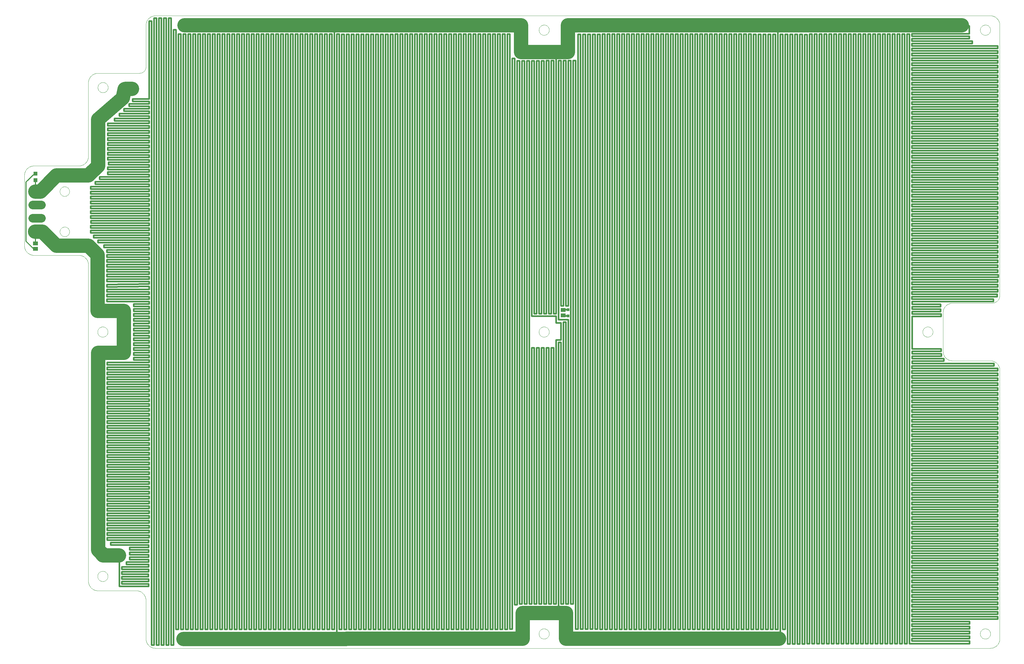
<source format=gbl>
G75*
%MOIN*%
%OFA0B0*%
%FSLAX24Y24*%
%IPPOS*%
%LPD*%
%AMOC8*
5,1,8,0,0,1.08239X$1,22.5*
%
%ADD10C,0.0000*%
%ADD11R,0.0472X0.0472*%
%ADD12R,0.0591X0.0512*%
%ADD13C,0.1063*%
%ADD14C,0.0197*%
%ADD15R,0.0317X0.0317*%
%ADD16C,0.1772*%
%ADD17C,0.0280*%
%ADD18C,0.1800*%
%ADD19C,0.0120*%
D10*
X012470Y011579D02*
X017193Y011579D01*
X017193Y011578D02*
X017259Y011576D01*
X017325Y011571D01*
X017391Y011561D01*
X017456Y011548D01*
X017520Y011532D01*
X017583Y011512D01*
X017645Y011488D01*
X017705Y011461D01*
X017764Y011431D01*
X017821Y011397D01*
X017876Y011360D01*
X017929Y011320D01*
X017980Y011278D01*
X018028Y011232D01*
X018074Y011184D01*
X018116Y011133D01*
X018156Y011080D01*
X018193Y011025D01*
X018227Y010968D01*
X018257Y010909D01*
X018284Y010849D01*
X018308Y010787D01*
X018328Y010724D01*
X018344Y010660D01*
X018357Y010595D01*
X018367Y010529D01*
X018372Y010463D01*
X018374Y010397D01*
X018374Y005674D01*
X018375Y005674D02*
X018377Y005608D01*
X018382Y005542D01*
X018392Y005476D01*
X018405Y005411D01*
X018421Y005347D01*
X018441Y005284D01*
X018465Y005222D01*
X018492Y005162D01*
X018522Y005103D01*
X018556Y005046D01*
X018593Y004991D01*
X018633Y004938D01*
X018675Y004887D01*
X018721Y004839D01*
X018769Y004793D01*
X018820Y004751D01*
X018873Y004711D01*
X018928Y004674D01*
X018985Y004640D01*
X019044Y004610D01*
X019104Y004583D01*
X019166Y004559D01*
X019229Y004539D01*
X019293Y004523D01*
X019358Y004510D01*
X019424Y004500D01*
X019490Y004495D01*
X019556Y004493D01*
X122312Y004493D01*
X122378Y004495D01*
X122444Y004500D01*
X122510Y004510D01*
X122575Y004523D01*
X122639Y004539D01*
X122702Y004559D01*
X122764Y004583D01*
X122824Y004610D01*
X122883Y004640D01*
X122940Y004674D01*
X122995Y004711D01*
X123048Y004751D01*
X123099Y004793D01*
X123147Y004839D01*
X123193Y004887D01*
X123235Y004938D01*
X123275Y004991D01*
X123312Y005046D01*
X123346Y005103D01*
X123376Y005162D01*
X123403Y005222D01*
X123427Y005284D01*
X123447Y005347D01*
X123463Y005411D01*
X123476Y005476D01*
X123486Y005542D01*
X123491Y005608D01*
X123493Y005674D01*
X123493Y038745D01*
X123491Y038811D01*
X123486Y038877D01*
X123476Y038943D01*
X123463Y039008D01*
X123447Y039072D01*
X123427Y039135D01*
X123403Y039197D01*
X123376Y039257D01*
X123346Y039316D01*
X123312Y039373D01*
X123275Y039428D01*
X123235Y039481D01*
X123193Y039532D01*
X123147Y039580D01*
X123099Y039626D01*
X123048Y039668D01*
X122995Y039708D01*
X122940Y039745D01*
X122883Y039779D01*
X122824Y039809D01*
X122764Y039836D01*
X122702Y039860D01*
X122639Y039880D01*
X122575Y039896D01*
X122510Y039909D01*
X122444Y039919D01*
X122378Y039924D01*
X122312Y039926D01*
X117588Y039926D01*
X117523Y039931D01*
X117458Y039940D01*
X117394Y039953D01*
X117331Y039970D01*
X117269Y039990D01*
X117208Y040014D01*
X117149Y040041D01*
X117091Y040072D01*
X117035Y040106D01*
X116982Y040143D01*
X116930Y040183D01*
X116881Y040227D01*
X116835Y040273D01*
X116791Y040321D01*
X116750Y040372D01*
X116713Y040425D01*
X116678Y040481D01*
X116647Y040538D01*
X116619Y040597D01*
X116595Y040658D01*
X116574Y040720D01*
X116557Y040783D01*
X116543Y040847D01*
X116533Y040911D01*
X116527Y040976D01*
X116525Y041042D01*
X116527Y041107D01*
X116527Y045832D01*
X116525Y045897D01*
X116527Y045963D01*
X116533Y046028D01*
X116543Y046092D01*
X116557Y046156D01*
X116574Y046219D01*
X116595Y046281D01*
X116619Y046342D01*
X116647Y046401D01*
X116678Y046458D01*
X116713Y046514D01*
X116750Y046567D01*
X116791Y046618D01*
X116835Y046666D01*
X116881Y046712D01*
X116930Y046756D01*
X116982Y046796D01*
X117035Y046833D01*
X117091Y046867D01*
X117149Y046898D01*
X117208Y046925D01*
X117269Y046949D01*
X117331Y046969D01*
X117394Y046986D01*
X117458Y046999D01*
X117523Y047008D01*
X117588Y047013D01*
X122509Y047013D01*
X122571Y047015D01*
X122632Y047021D01*
X122693Y047030D01*
X122754Y047044D01*
X122813Y047061D01*
X122871Y047082D01*
X122928Y047107D01*
X122983Y047135D01*
X123036Y047166D01*
X123087Y047201D01*
X123136Y047239D01*
X123183Y047280D01*
X123226Y047323D01*
X123267Y047370D01*
X123305Y047419D01*
X123340Y047470D01*
X123371Y047523D01*
X123399Y047578D01*
X123424Y047635D01*
X123445Y047693D01*
X123462Y047752D01*
X123476Y047813D01*
X123485Y047874D01*
X123491Y047935D01*
X123493Y047997D01*
X123490Y047879D02*
X123490Y081263D01*
X123493Y081265D02*
X123491Y081331D01*
X123486Y081397D01*
X123476Y081463D01*
X123463Y081528D01*
X123447Y081592D01*
X123427Y081655D01*
X123403Y081717D01*
X123376Y081777D01*
X123346Y081836D01*
X123312Y081893D01*
X123275Y081948D01*
X123235Y082001D01*
X123193Y082052D01*
X123147Y082100D01*
X123099Y082146D01*
X123048Y082188D01*
X122995Y082228D01*
X122940Y082265D01*
X122883Y082299D01*
X122824Y082329D01*
X122764Y082356D01*
X122702Y082380D01*
X122639Y082400D01*
X122575Y082416D01*
X122510Y082429D01*
X122444Y082439D01*
X122378Y082444D01*
X122312Y082446D01*
X019556Y082446D01*
X019555Y082444D02*
X019489Y082442D01*
X019423Y082437D01*
X019357Y082427D01*
X019292Y082414D01*
X019228Y082398D01*
X019165Y082378D01*
X019103Y082354D01*
X019043Y082327D01*
X018984Y082297D01*
X018927Y082263D01*
X018872Y082226D01*
X018819Y082186D01*
X018768Y082144D01*
X018720Y082098D01*
X018674Y082050D01*
X018632Y081999D01*
X018592Y081946D01*
X018555Y081891D01*
X018521Y081834D01*
X018491Y081775D01*
X018464Y081715D01*
X018440Y081653D01*
X018420Y081590D01*
X018404Y081526D01*
X018391Y081461D01*
X018381Y081395D01*
X018376Y081329D01*
X018374Y081263D01*
X018374Y076579D01*
X018375Y076737D02*
X018375Y076147D01*
X018373Y076093D01*
X018368Y076040D01*
X018359Y075987D01*
X018346Y075935D01*
X018330Y075883D01*
X018310Y075833D01*
X018287Y075785D01*
X018260Y075738D01*
X018231Y075693D01*
X018198Y075650D01*
X018163Y075610D01*
X018125Y075572D01*
X018085Y075537D01*
X018042Y075504D01*
X017997Y075475D01*
X017950Y075448D01*
X017902Y075425D01*
X017852Y075405D01*
X017800Y075389D01*
X017748Y075376D01*
X017695Y075367D01*
X017642Y075362D01*
X017588Y075360D01*
X017588Y075359D02*
X012470Y075359D01*
X012404Y075357D01*
X012338Y075352D01*
X012272Y075342D01*
X012207Y075329D01*
X012143Y075313D01*
X012080Y075293D01*
X012018Y075269D01*
X011958Y075242D01*
X011899Y075212D01*
X011842Y075178D01*
X011787Y075141D01*
X011734Y075101D01*
X011683Y075059D01*
X011635Y075013D01*
X011589Y074965D01*
X011547Y074914D01*
X011507Y074861D01*
X011470Y074806D01*
X011436Y074749D01*
X011406Y074690D01*
X011379Y074630D01*
X011355Y074568D01*
X011335Y074505D01*
X011319Y074441D01*
X011306Y074376D01*
X011296Y074310D01*
X011291Y074244D01*
X011289Y074178D01*
X011289Y065123D01*
X011288Y065123D02*
X011286Y065057D01*
X011281Y064991D01*
X011271Y064925D01*
X011258Y064860D01*
X011242Y064796D01*
X011222Y064733D01*
X011198Y064671D01*
X011171Y064611D01*
X011141Y064552D01*
X011107Y064495D01*
X011070Y064440D01*
X011030Y064387D01*
X010988Y064336D01*
X010942Y064288D01*
X010894Y064242D01*
X010843Y064200D01*
X010790Y064160D01*
X010735Y064123D01*
X010678Y064089D01*
X010619Y064059D01*
X010559Y064032D01*
X010497Y064008D01*
X010434Y063988D01*
X010370Y063972D01*
X010305Y063959D01*
X010239Y063949D01*
X010173Y063944D01*
X010107Y063942D01*
X004596Y063942D01*
X004530Y063940D01*
X004464Y063935D01*
X004398Y063925D01*
X004333Y063912D01*
X004269Y063896D01*
X004206Y063876D01*
X004144Y063852D01*
X004084Y063825D01*
X004025Y063795D01*
X003968Y063761D01*
X003913Y063724D01*
X003860Y063684D01*
X003809Y063642D01*
X003761Y063596D01*
X003715Y063548D01*
X003673Y063497D01*
X003633Y063444D01*
X003596Y063389D01*
X003562Y063332D01*
X003532Y063273D01*
X003505Y063213D01*
X003481Y063151D01*
X003461Y063088D01*
X003445Y063024D01*
X003432Y062959D01*
X003422Y062893D01*
X003417Y062827D01*
X003415Y062761D01*
X003415Y054100D01*
X003417Y054034D01*
X003422Y053968D01*
X003432Y053902D01*
X003445Y053837D01*
X003461Y053773D01*
X003481Y053710D01*
X003505Y053648D01*
X003532Y053588D01*
X003562Y053529D01*
X003596Y053472D01*
X003633Y053417D01*
X003673Y053364D01*
X003715Y053313D01*
X003761Y053265D01*
X003809Y053219D01*
X003860Y053177D01*
X003913Y053137D01*
X003968Y053100D01*
X004025Y053066D01*
X004084Y053036D01*
X004144Y053009D01*
X004206Y052985D01*
X004269Y052965D01*
X004333Y052949D01*
X004398Y052936D01*
X004464Y052926D01*
X004530Y052921D01*
X004596Y052919D01*
X010107Y052919D01*
X010107Y052918D02*
X010173Y052916D01*
X010239Y052911D01*
X010305Y052901D01*
X010370Y052888D01*
X010434Y052872D01*
X010497Y052852D01*
X010559Y052828D01*
X010619Y052801D01*
X010678Y052771D01*
X010735Y052737D01*
X010790Y052700D01*
X010843Y052660D01*
X010894Y052618D01*
X010942Y052572D01*
X010988Y052524D01*
X011030Y052473D01*
X011070Y052420D01*
X011107Y052365D01*
X011141Y052308D01*
X011171Y052249D01*
X011198Y052189D01*
X011222Y052127D01*
X011242Y052064D01*
X011258Y052000D01*
X011271Y051935D01*
X011281Y051869D01*
X011286Y051803D01*
X011288Y051737D01*
X011289Y051737D02*
X011289Y012760D01*
X011291Y012694D01*
X011296Y012628D01*
X011306Y012562D01*
X011319Y012497D01*
X011335Y012433D01*
X011355Y012370D01*
X011379Y012308D01*
X011406Y012248D01*
X011436Y012189D01*
X011470Y012132D01*
X011507Y012077D01*
X011547Y012024D01*
X011589Y011973D01*
X011635Y011925D01*
X011683Y011879D01*
X011734Y011837D01*
X011787Y011797D01*
X011842Y011760D01*
X011899Y011726D01*
X011958Y011696D01*
X012018Y011669D01*
X012080Y011645D01*
X012143Y011625D01*
X012207Y011609D01*
X012272Y011596D01*
X012338Y011586D01*
X012404Y011581D01*
X012470Y011579D01*
X012430Y013352D02*
X012432Y013402D01*
X012438Y013452D01*
X012448Y013501D01*
X012462Y013549D01*
X012479Y013596D01*
X012500Y013641D01*
X012525Y013685D01*
X012553Y013726D01*
X012585Y013765D01*
X012619Y013802D01*
X012656Y013836D01*
X012696Y013866D01*
X012738Y013893D01*
X012782Y013917D01*
X012828Y013938D01*
X012875Y013954D01*
X012923Y013967D01*
X012973Y013976D01*
X013022Y013981D01*
X013073Y013982D01*
X013123Y013979D01*
X013172Y013972D01*
X013221Y013961D01*
X013269Y013946D01*
X013315Y013928D01*
X013360Y013906D01*
X013403Y013880D01*
X013444Y013851D01*
X013483Y013819D01*
X013519Y013784D01*
X013551Y013746D01*
X013581Y013706D01*
X013608Y013663D01*
X013631Y013619D01*
X013650Y013573D01*
X013666Y013525D01*
X013678Y013476D01*
X013686Y013427D01*
X013690Y013377D01*
X013690Y013327D01*
X013686Y013277D01*
X013678Y013228D01*
X013666Y013179D01*
X013650Y013131D01*
X013631Y013085D01*
X013608Y013041D01*
X013581Y012998D01*
X013551Y012958D01*
X013519Y012920D01*
X013483Y012885D01*
X013444Y012853D01*
X013403Y012824D01*
X013360Y012798D01*
X013315Y012776D01*
X013269Y012758D01*
X013221Y012743D01*
X013172Y012732D01*
X013123Y012725D01*
X013073Y012722D01*
X013022Y012723D01*
X012973Y012728D01*
X012923Y012737D01*
X012875Y012750D01*
X012828Y012766D01*
X012782Y012787D01*
X012738Y012811D01*
X012696Y012838D01*
X012656Y012868D01*
X012619Y012902D01*
X012585Y012939D01*
X012553Y012978D01*
X012525Y013019D01*
X012500Y013063D01*
X012479Y013108D01*
X012462Y013155D01*
X012448Y013203D01*
X012438Y013252D01*
X012432Y013302D01*
X012430Y013352D01*
X012430Y043470D02*
X012432Y043520D01*
X012438Y043570D01*
X012448Y043619D01*
X012462Y043667D01*
X012479Y043714D01*
X012500Y043759D01*
X012525Y043803D01*
X012553Y043844D01*
X012585Y043883D01*
X012619Y043920D01*
X012656Y043954D01*
X012696Y043984D01*
X012738Y044011D01*
X012782Y044035D01*
X012828Y044056D01*
X012875Y044072D01*
X012923Y044085D01*
X012973Y044094D01*
X013022Y044099D01*
X013073Y044100D01*
X013123Y044097D01*
X013172Y044090D01*
X013221Y044079D01*
X013269Y044064D01*
X013315Y044046D01*
X013360Y044024D01*
X013403Y043998D01*
X013444Y043969D01*
X013483Y043937D01*
X013519Y043902D01*
X013551Y043864D01*
X013581Y043824D01*
X013608Y043781D01*
X013631Y043737D01*
X013650Y043691D01*
X013666Y043643D01*
X013678Y043594D01*
X013686Y043545D01*
X013690Y043495D01*
X013690Y043445D01*
X013686Y043395D01*
X013678Y043346D01*
X013666Y043297D01*
X013650Y043249D01*
X013631Y043203D01*
X013608Y043159D01*
X013581Y043116D01*
X013551Y043076D01*
X013519Y043038D01*
X013483Y043003D01*
X013444Y042971D01*
X013403Y042942D01*
X013360Y042916D01*
X013315Y042894D01*
X013269Y042876D01*
X013221Y042861D01*
X013172Y042850D01*
X013123Y042843D01*
X013073Y042840D01*
X013022Y042841D01*
X012973Y042846D01*
X012923Y042855D01*
X012875Y042868D01*
X012828Y042884D01*
X012782Y042905D01*
X012738Y042929D01*
X012696Y042956D01*
X012656Y042986D01*
X012619Y043020D01*
X012585Y043057D01*
X012553Y043096D01*
X012525Y043137D01*
X012500Y043181D01*
X012479Y043226D01*
X012462Y043273D01*
X012448Y043321D01*
X012438Y043370D01*
X012432Y043420D01*
X012430Y043470D01*
X007784Y055820D02*
X007786Y055868D01*
X007792Y055916D01*
X007802Y055963D01*
X007815Y056009D01*
X007833Y056054D01*
X007853Y056098D01*
X007878Y056140D01*
X007906Y056179D01*
X007936Y056216D01*
X007970Y056250D01*
X008007Y056282D01*
X008045Y056311D01*
X008086Y056336D01*
X008129Y056358D01*
X008174Y056376D01*
X008220Y056390D01*
X008267Y056401D01*
X008315Y056408D01*
X008363Y056411D01*
X008411Y056410D01*
X008459Y056405D01*
X008507Y056396D01*
X008553Y056384D01*
X008598Y056367D01*
X008642Y056347D01*
X008684Y056324D01*
X008724Y056297D01*
X008762Y056267D01*
X008797Y056234D01*
X008829Y056198D01*
X008859Y056160D01*
X008885Y056119D01*
X008907Y056076D01*
X008927Y056032D01*
X008942Y055987D01*
X008954Y055940D01*
X008962Y055892D01*
X008966Y055844D01*
X008966Y055796D01*
X008962Y055748D01*
X008954Y055700D01*
X008942Y055653D01*
X008927Y055608D01*
X008907Y055564D01*
X008885Y055521D01*
X008859Y055480D01*
X008829Y055442D01*
X008797Y055406D01*
X008762Y055373D01*
X008724Y055343D01*
X008684Y055316D01*
X008642Y055293D01*
X008598Y055273D01*
X008553Y055256D01*
X008507Y055244D01*
X008459Y055235D01*
X008411Y055230D01*
X008363Y055229D01*
X008315Y055232D01*
X008267Y055239D01*
X008220Y055250D01*
X008174Y055264D01*
X008129Y055282D01*
X008086Y055304D01*
X008045Y055329D01*
X008007Y055358D01*
X007970Y055390D01*
X007936Y055424D01*
X007906Y055461D01*
X007878Y055500D01*
X007853Y055542D01*
X007833Y055586D01*
X007815Y055631D01*
X007802Y055677D01*
X007792Y055724D01*
X007786Y055772D01*
X007784Y055820D01*
X007784Y060781D02*
X007786Y060829D01*
X007792Y060877D01*
X007802Y060924D01*
X007815Y060970D01*
X007833Y061015D01*
X007853Y061059D01*
X007878Y061101D01*
X007906Y061140D01*
X007936Y061177D01*
X007970Y061211D01*
X008007Y061243D01*
X008045Y061272D01*
X008086Y061297D01*
X008129Y061319D01*
X008174Y061337D01*
X008220Y061351D01*
X008267Y061362D01*
X008315Y061369D01*
X008363Y061372D01*
X008411Y061371D01*
X008459Y061366D01*
X008507Y061357D01*
X008553Y061345D01*
X008598Y061328D01*
X008642Y061308D01*
X008684Y061285D01*
X008724Y061258D01*
X008762Y061228D01*
X008797Y061195D01*
X008829Y061159D01*
X008859Y061121D01*
X008885Y061080D01*
X008907Y061037D01*
X008927Y060993D01*
X008942Y060948D01*
X008954Y060901D01*
X008962Y060853D01*
X008966Y060805D01*
X008966Y060757D01*
X008962Y060709D01*
X008954Y060661D01*
X008942Y060614D01*
X008927Y060569D01*
X008907Y060525D01*
X008885Y060482D01*
X008859Y060441D01*
X008829Y060403D01*
X008797Y060367D01*
X008762Y060334D01*
X008724Y060304D01*
X008684Y060277D01*
X008642Y060254D01*
X008598Y060234D01*
X008553Y060217D01*
X008507Y060205D01*
X008459Y060196D01*
X008411Y060191D01*
X008363Y060190D01*
X008315Y060193D01*
X008267Y060200D01*
X008220Y060211D01*
X008174Y060225D01*
X008129Y060243D01*
X008086Y060265D01*
X008045Y060290D01*
X008007Y060319D01*
X007970Y060351D01*
X007936Y060385D01*
X007906Y060422D01*
X007878Y060461D01*
X007853Y060503D01*
X007833Y060547D01*
X007815Y060592D01*
X007802Y060638D01*
X007792Y060685D01*
X007786Y060733D01*
X007784Y060781D01*
X012458Y073593D02*
X012460Y073643D01*
X012466Y073693D01*
X012476Y073742D01*
X012490Y073790D01*
X012507Y073837D01*
X012528Y073882D01*
X012553Y073926D01*
X012581Y073967D01*
X012613Y074006D01*
X012647Y074043D01*
X012684Y074077D01*
X012724Y074107D01*
X012766Y074134D01*
X012810Y074158D01*
X012856Y074179D01*
X012903Y074195D01*
X012951Y074208D01*
X013001Y074217D01*
X013050Y074222D01*
X013101Y074223D01*
X013151Y074220D01*
X013200Y074213D01*
X013249Y074202D01*
X013297Y074187D01*
X013343Y074169D01*
X013388Y074147D01*
X013431Y074121D01*
X013472Y074092D01*
X013511Y074060D01*
X013547Y074025D01*
X013579Y073987D01*
X013609Y073947D01*
X013636Y073904D01*
X013659Y073860D01*
X013678Y073814D01*
X013694Y073766D01*
X013706Y073717D01*
X013714Y073668D01*
X013718Y073618D01*
X013718Y073568D01*
X013714Y073518D01*
X013706Y073469D01*
X013694Y073420D01*
X013678Y073372D01*
X013659Y073326D01*
X013636Y073282D01*
X013609Y073239D01*
X013579Y073199D01*
X013547Y073161D01*
X013511Y073126D01*
X013472Y073094D01*
X013431Y073065D01*
X013388Y073039D01*
X013343Y073017D01*
X013297Y072999D01*
X013249Y072984D01*
X013200Y072973D01*
X013151Y072966D01*
X013101Y072963D01*
X013050Y072964D01*
X013001Y072969D01*
X012951Y072978D01*
X012903Y072991D01*
X012856Y073007D01*
X012810Y073028D01*
X012766Y073052D01*
X012724Y073079D01*
X012684Y073109D01*
X012647Y073143D01*
X012613Y073180D01*
X012581Y073219D01*
X012553Y073260D01*
X012528Y073304D01*
X012507Y073349D01*
X012490Y073396D01*
X012476Y073444D01*
X012466Y073493D01*
X012460Y073543D01*
X012458Y073593D01*
X066761Y080674D02*
X066763Y080724D01*
X066769Y080774D01*
X066779Y080823D01*
X066793Y080871D01*
X066810Y080918D01*
X066831Y080963D01*
X066856Y081007D01*
X066884Y081048D01*
X066916Y081087D01*
X066950Y081124D01*
X066987Y081158D01*
X067027Y081188D01*
X067069Y081215D01*
X067113Y081239D01*
X067159Y081260D01*
X067206Y081276D01*
X067254Y081289D01*
X067304Y081298D01*
X067353Y081303D01*
X067404Y081304D01*
X067454Y081301D01*
X067503Y081294D01*
X067552Y081283D01*
X067600Y081268D01*
X067646Y081250D01*
X067691Y081228D01*
X067734Y081202D01*
X067775Y081173D01*
X067814Y081141D01*
X067850Y081106D01*
X067882Y081068D01*
X067912Y081028D01*
X067939Y080985D01*
X067962Y080941D01*
X067981Y080895D01*
X067997Y080847D01*
X068009Y080798D01*
X068017Y080749D01*
X068021Y080699D01*
X068021Y080649D01*
X068017Y080599D01*
X068009Y080550D01*
X067997Y080501D01*
X067981Y080453D01*
X067962Y080407D01*
X067939Y080363D01*
X067912Y080320D01*
X067882Y080280D01*
X067850Y080242D01*
X067814Y080207D01*
X067775Y080175D01*
X067734Y080146D01*
X067691Y080120D01*
X067646Y080098D01*
X067600Y080080D01*
X067552Y080065D01*
X067503Y080054D01*
X067454Y080047D01*
X067404Y080044D01*
X067353Y080045D01*
X067304Y080050D01*
X067254Y080059D01*
X067206Y080072D01*
X067159Y080088D01*
X067113Y080109D01*
X067069Y080133D01*
X067027Y080160D01*
X066987Y080190D01*
X066950Y080224D01*
X066916Y080261D01*
X066884Y080300D01*
X066856Y080341D01*
X066831Y080385D01*
X066810Y080430D01*
X066793Y080477D01*
X066779Y080525D01*
X066769Y080574D01*
X066763Y080624D01*
X066761Y080674D01*
X066761Y043470D02*
X066763Y043520D01*
X066769Y043570D01*
X066779Y043619D01*
X066793Y043667D01*
X066810Y043714D01*
X066831Y043759D01*
X066856Y043803D01*
X066884Y043844D01*
X066916Y043883D01*
X066950Y043920D01*
X066987Y043954D01*
X067027Y043984D01*
X067069Y044011D01*
X067113Y044035D01*
X067159Y044056D01*
X067206Y044072D01*
X067254Y044085D01*
X067304Y044094D01*
X067353Y044099D01*
X067404Y044100D01*
X067454Y044097D01*
X067503Y044090D01*
X067552Y044079D01*
X067600Y044064D01*
X067646Y044046D01*
X067691Y044024D01*
X067734Y043998D01*
X067775Y043969D01*
X067814Y043937D01*
X067850Y043902D01*
X067882Y043864D01*
X067912Y043824D01*
X067939Y043781D01*
X067962Y043737D01*
X067981Y043691D01*
X067997Y043643D01*
X068009Y043594D01*
X068017Y043545D01*
X068021Y043495D01*
X068021Y043445D01*
X068017Y043395D01*
X068009Y043346D01*
X067997Y043297D01*
X067981Y043249D01*
X067962Y043203D01*
X067939Y043159D01*
X067912Y043116D01*
X067882Y043076D01*
X067850Y043038D01*
X067814Y043003D01*
X067775Y042971D01*
X067734Y042942D01*
X067691Y042916D01*
X067646Y042894D01*
X067600Y042876D01*
X067552Y042861D01*
X067503Y042850D01*
X067454Y042843D01*
X067404Y042840D01*
X067353Y042841D01*
X067304Y042846D01*
X067254Y042855D01*
X067206Y042868D01*
X067159Y042884D01*
X067113Y042905D01*
X067069Y042929D01*
X067027Y042956D01*
X066987Y042986D01*
X066950Y043020D01*
X066916Y043057D01*
X066884Y043096D01*
X066856Y043137D01*
X066831Y043181D01*
X066810Y043226D01*
X066793Y043273D01*
X066779Y043321D01*
X066769Y043370D01*
X066763Y043420D01*
X066761Y043470D01*
X114005Y043470D02*
X114007Y043520D01*
X114013Y043570D01*
X114023Y043619D01*
X114037Y043667D01*
X114054Y043714D01*
X114075Y043759D01*
X114100Y043803D01*
X114128Y043844D01*
X114160Y043883D01*
X114194Y043920D01*
X114231Y043954D01*
X114271Y043984D01*
X114313Y044011D01*
X114357Y044035D01*
X114403Y044056D01*
X114450Y044072D01*
X114498Y044085D01*
X114548Y044094D01*
X114597Y044099D01*
X114648Y044100D01*
X114698Y044097D01*
X114747Y044090D01*
X114796Y044079D01*
X114844Y044064D01*
X114890Y044046D01*
X114935Y044024D01*
X114978Y043998D01*
X115019Y043969D01*
X115058Y043937D01*
X115094Y043902D01*
X115126Y043864D01*
X115156Y043824D01*
X115183Y043781D01*
X115206Y043737D01*
X115225Y043691D01*
X115241Y043643D01*
X115253Y043594D01*
X115261Y043545D01*
X115265Y043495D01*
X115265Y043445D01*
X115261Y043395D01*
X115253Y043346D01*
X115241Y043297D01*
X115225Y043249D01*
X115206Y043203D01*
X115183Y043159D01*
X115156Y043116D01*
X115126Y043076D01*
X115094Y043038D01*
X115058Y043003D01*
X115019Y042971D01*
X114978Y042942D01*
X114935Y042916D01*
X114890Y042894D01*
X114844Y042876D01*
X114796Y042861D01*
X114747Y042850D01*
X114698Y042843D01*
X114648Y042840D01*
X114597Y042841D01*
X114548Y042846D01*
X114498Y042855D01*
X114450Y042868D01*
X114403Y042884D01*
X114357Y042905D01*
X114313Y042929D01*
X114271Y042956D01*
X114231Y042986D01*
X114194Y043020D01*
X114160Y043057D01*
X114128Y043096D01*
X114100Y043137D01*
X114075Y043181D01*
X114054Y043226D01*
X114037Y043273D01*
X114023Y043321D01*
X114013Y043370D01*
X114007Y043420D01*
X114005Y043470D01*
X121092Y080674D02*
X121094Y080724D01*
X121100Y080774D01*
X121110Y080823D01*
X121124Y080871D01*
X121141Y080918D01*
X121162Y080963D01*
X121187Y081007D01*
X121215Y081048D01*
X121247Y081087D01*
X121281Y081124D01*
X121318Y081158D01*
X121358Y081188D01*
X121400Y081215D01*
X121444Y081239D01*
X121490Y081260D01*
X121537Y081276D01*
X121585Y081289D01*
X121635Y081298D01*
X121684Y081303D01*
X121735Y081304D01*
X121785Y081301D01*
X121834Y081294D01*
X121883Y081283D01*
X121931Y081268D01*
X121977Y081250D01*
X122022Y081228D01*
X122065Y081202D01*
X122106Y081173D01*
X122145Y081141D01*
X122181Y081106D01*
X122213Y081068D01*
X122243Y081028D01*
X122270Y080985D01*
X122293Y080941D01*
X122312Y080895D01*
X122328Y080847D01*
X122340Y080798D01*
X122348Y080749D01*
X122352Y080699D01*
X122352Y080649D01*
X122348Y080599D01*
X122340Y080550D01*
X122328Y080501D01*
X122312Y080453D01*
X122293Y080407D01*
X122270Y080363D01*
X122243Y080320D01*
X122213Y080280D01*
X122181Y080242D01*
X122145Y080207D01*
X122106Y080175D01*
X122065Y080146D01*
X122022Y080120D01*
X121977Y080098D01*
X121931Y080080D01*
X121883Y080065D01*
X121834Y080054D01*
X121785Y080047D01*
X121735Y080044D01*
X121684Y080045D01*
X121635Y080050D01*
X121585Y080059D01*
X121537Y080072D01*
X121490Y080088D01*
X121444Y080109D01*
X121400Y080133D01*
X121358Y080160D01*
X121318Y080190D01*
X121281Y080224D01*
X121247Y080261D01*
X121215Y080300D01*
X121187Y080341D01*
X121162Y080385D01*
X121141Y080430D01*
X121124Y080477D01*
X121110Y080525D01*
X121100Y080574D01*
X121094Y080624D01*
X121092Y080674D01*
X121092Y006265D02*
X121094Y006315D01*
X121100Y006365D01*
X121110Y006414D01*
X121124Y006462D01*
X121141Y006509D01*
X121162Y006554D01*
X121187Y006598D01*
X121215Y006639D01*
X121247Y006678D01*
X121281Y006715D01*
X121318Y006749D01*
X121358Y006779D01*
X121400Y006806D01*
X121444Y006830D01*
X121490Y006851D01*
X121537Y006867D01*
X121585Y006880D01*
X121635Y006889D01*
X121684Y006894D01*
X121735Y006895D01*
X121785Y006892D01*
X121834Y006885D01*
X121883Y006874D01*
X121931Y006859D01*
X121977Y006841D01*
X122022Y006819D01*
X122065Y006793D01*
X122106Y006764D01*
X122145Y006732D01*
X122181Y006697D01*
X122213Y006659D01*
X122243Y006619D01*
X122270Y006576D01*
X122293Y006532D01*
X122312Y006486D01*
X122328Y006438D01*
X122340Y006389D01*
X122348Y006340D01*
X122352Y006290D01*
X122352Y006240D01*
X122348Y006190D01*
X122340Y006141D01*
X122328Y006092D01*
X122312Y006044D01*
X122293Y005998D01*
X122270Y005954D01*
X122243Y005911D01*
X122213Y005871D01*
X122181Y005833D01*
X122145Y005798D01*
X122106Y005766D01*
X122065Y005737D01*
X122022Y005711D01*
X121977Y005689D01*
X121931Y005671D01*
X121883Y005656D01*
X121834Y005645D01*
X121785Y005638D01*
X121735Y005635D01*
X121684Y005636D01*
X121635Y005641D01*
X121585Y005650D01*
X121537Y005663D01*
X121490Y005679D01*
X121444Y005700D01*
X121400Y005724D01*
X121358Y005751D01*
X121318Y005781D01*
X121281Y005815D01*
X121247Y005852D01*
X121215Y005891D01*
X121187Y005932D01*
X121162Y005976D01*
X121141Y006021D01*
X121124Y006068D01*
X121110Y006116D01*
X121100Y006165D01*
X121094Y006215D01*
X121092Y006265D01*
X066761Y006265D02*
X066763Y006315D01*
X066769Y006365D01*
X066779Y006414D01*
X066793Y006462D01*
X066810Y006509D01*
X066831Y006554D01*
X066856Y006598D01*
X066884Y006639D01*
X066916Y006678D01*
X066950Y006715D01*
X066987Y006749D01*
X067027Y006779D01*
X067069Y006806D01*
X067113Y006830D01*
X067159Y006851D01*
X067206Y006867D01*
X067254Y006880D01*
X067304Y006889D01*
X067353Y006894D01*
X067404Y006895D01*
X067454Y006892D01*
X067503Y006885D01*
X067552Y006874D01*
X067600Y006859D01*
X067646Y006841D01*
X067691Y006819D01*
X067734Y006793D01*
X067775Y006764D01*
X067814Y006732D01*
X067850Y006697D01*
X067882Y006659D01*
X067912Y006619D01*
X067939Y006576D01*
X067962Y006532D01*
X067981Y006486D01*
X067997Y006438D01*
X068009Y006389D01*
X068017Y006340D01*
X068021Y006290D01*
X068021Y006240D01*
X068017Y006190D01*
X068009Y006141D01*
X067997Y006092D01*
X067981Y006044D01*
X067962Y005998D01*
X067939Y005954D01*
X067912Y005911D01*
X067882Y005871D01*
X067850Y005833D01*
X067814Y005798D01*
X067775Y005766D01*
X067734Y005737D01*
X067691Y005711D01*
X067646Y005689D01*
X067600Y005671D01*
X067552Y005656D01*
X067503Y005645D01*
X067454Y005638D01*
X067404Y005635D01*
X067353Y005636D01*
X067304Y005641D01*
X067254Y005650D01*
X067206Y005663D01*
X067159Y005679D01*
X067113Y005700D01*
X067069Y005724D01*
X067027Y005751D01*
X066987Y005781D01*
X066950Y005815D01*
X066916Y005852D01*
X066884Y005891D01*
X066856Y005932D01*
X066831Y005976D01*
X066810Y006021D01*
X066793Y006068D01*
X066779Y006116D01*
X066769Y006165D01*
X066763Y006215D01*
X066761Y006265D01*
D11*
X004792Y062162D03*
X004792Y062988D03*
D12*
X004792Y054381D03*
X004792Y053712D03*
X069755Y046182D03*
X069755Y045513D03*
D13*
X005501Y055820D02*
X004438Y055820D01*
X004438Y057474D02*
X005501Y057474D01*
X005501Y059127D02*
X004438Y059127D01*
X004438Y060781D02*
X005501Y060781D01*
D14*
X011596Y060773D02*
X011596Y060473D01*
X018789Y060473D01*
X018789Y060173D01*
X011596Y060173D01*
X011596Y059873D01*
X018789Y059873D01*
X018789Y059573D01*
X011596Y059573D01*
X011596Y059273D01*
X018789Y059273D01*
X018789Y058973D01*
X011596Y058973D01*
X011596Y058673D01*
X018789Y058673D01*
X018789Y058373D01*
X011596Y058373D01*
X011596Y058073D01*
X018789Y058073D01*
X018789Y057773D01*
X011596Y057773D01*
X011596Y057473D01*
X018789Y057473D01*
X018789Y057173D01*
X011622Y057173D01*
X011622Y056873D01*
X018789Y056873D01*
X018789Y056573D01*
X011589Y056573D01*
X011589Y056273D01*
X018789Y056273D01*
X018789Y055973D01*
X011589Y055973D01*
X011589Y055673D01*
X018789Y055673D01*
X018789Y055373D01*
X011949Y055373D01*
X011949Y055073D01*
X018789Y055073D01*
X018789Y054773D01*
X012489Y054773D01*
X012489Y054473D01*
X018789Y054473D01*
X018789Y054173D01*
X013209Y054173D01*
X013209Y053873D01*
X018789Y053873D01*
X018789Y053573D01*
X013569Y053573D01*
X013569Y053273D01*
X018789Y053273D01*
X018789Y052973D01*
X013569Y052973D01*
X013569Y052673D01*
X018789Y052673D01*
X018789Y052373D01*
X013569Y052373D01*
X013569Y052073D01*
X018789Y052073D01*
X018789Y051773D01*
X013569Y051773D01*
X013569Y051473D01*
X018789Y051473D01*
X018789Y051173D01*
X013569Y051173D01*
X013569Y050873D01*
X018789Y050873D01*
X018789Y050573D01*
X013569Y050573D01*
X013569Y050273D01*
X018789Y050273D01*
X018789Y049973D01*
X013569Y049973D01*
X013569Y049673D01*
X018789Y049673D01*
X018789Y049373D01*
X013569Y049313D01*
X013569Y049013D01*
X018789Y049073D01*
X018789Y048713D01*
X013569Y048713D01*
X013569Y048413D01*
X018789Y048413D01*
X018789Y048113D01*
X013569Y048113D01*
X013569Y047813D01*
X018789Y047813D01*
X018789Y047513D01*
X013569Y047513D01*
X013569Y047213D01*
X018789Y047213D01*
X018789Y046913D01*
X016869Y046913D01*
X016869Y046613D01*
X018789Y046613D01*
X018789Y046313D01*
X016869Y046313D01*
X016869Y046013D01*
X018789Y046013D01*
X018789Y045713D01*
X016869Y045713D01*
X016869Y045413D01*
X018789Y045413D01*
X018789Y045113D01*
X016869Y045113D01*
X016869Y044813D01*
X018789Y044813D01*
X018789Y044513D01*
X016869Y044513D01*
X016869Y044213D01*
X018789Y044213D01*
X018789Y043913D01*
X016869Y043913D01*
X016869Y043613D01*
X018789Y043613D01*
X018789Y043313D01*
X016869Y043313D01*
X016869Y043013D01*
X018789Y043013D01*
X018789Y042713D01*
X016869Y042713D01*
X016869Y042413D01*
X018789Y042413D01*
X018789Y042113D01*
X016869Y042113D01*
X016869Y041813D01*
X018789Y041813D01*
X018789Y041513D01*
X016869Y041513D01*
X016869Y041213D01*
X018789Y041213D01*
X018789Y040913D01*
X016869Y040913D01*
X016869Y040613D01*
X018789Y040613D01*
X018789Y040313D01*
X016869Y040313D01*
X016869Y040013D01*
X018789Y040013D01*
X018789Y039713D01*
X013629Y039713D01*
X013629Y039413D01*
X018789Y039413D01*
X018789Y039113D01*
X013629Y039113D01*
X013629Y038813D01*
X018789Y038813D01*
X018789Y038513D01*
X013629Y038513D01*
X013629Y038213D01*
X018789Y038213D01*
X018789Y037913D01*
X013629Y037913D01*
X013629Y037613D01*
X018789Y037613D01*
X018789Y037313D01*
X013629Y037313D01*
X013629Y037013D01*
X018789Y037013D01*
X018789Y036713D01*
X013629Y036713D01*
X013629Y036413D01*
X018789Y036413D01*
X018789Y036113D01*
X013629Y036113D01*
X013629Y035813D01*
X018789Y035813D01*
X018789Y035513D01*
X013629Y035513D01*
X013629Y035213D01*
X018789Y035213D01*
X018789Y034913D01*
X013629Y034913D01*
X013629Y034613D01*
X018789Y034613D01*
X018789Y034313D01*
X013629Y034313D01*
X013629Y034013D01*
X018789Y034013D01*
X018789Y033713D01*
X013629Y033713D01*
X013629Y033413D01*
X018789Y033413D01*
X018789Y033113D01*
X013629Y033113D01*
X013629Y032813D01*
X018789Y032813D01*
X018789Y032513D01*
X013629Y032513D01*
X013629Y032213D01*
X018789Y032213D01*
X018789Y031913D01*
X013629Y031913D01*
X013629Y031613D01*
X018789Y031613D01*
X018789Y031313D01*
X013629Y031313D01*
X013629Y031013D01*
X018789Y031013D01*
X018789Y030713D01*
X013629Y030713D01*
X013629Y030413D01*
X018789Y030413D01*
X018789Y030113D01*
X013629Y030113D01*
X013629Y029813D01*
X018789Y029813D01*
X018789Y029513D01*
X013629Y029513D01*
X013629Y029213D01*
X018789Y029213D01*
X018789Y028913D01*
X013629Y028913D01*
X013629Y028613D01*
X018789Y028613D01*
X018789Y028313D01*
X013629Y028313D01*
X013629Y028013D01*
X018789Y028013D01*
X018789Y027713D01*
X013629Y027713D01*
X013629Y027413D01*
X018789Y027413D01*
X018789Y027113D01*
X013629Y027113D01*
X013629Y026813D01*
X018789Y026813D01*
X018789Y026513D01*
X013629Y026513D01*
X013629Y026213D01*
X018789Y026213D01*
X018789Y025913D01*
X013629Y025913D01*
X013629Y025613D01*
X018789Y025613D01*
X018789Y025313D01*
X013629Y025313D01*
X013629Y025013D01*
X018789Y025013D01*
X018789Y024713D01*
X013629Y024713D01*
X013629Y024413D01*
X018789Y024413D01*
X018789Y024113D01*
X013629Y024113D01*
X013629Y023813D01*
X018789Y023813D01*
X018789Y023513D01*
X013629Y023513D01*
X013629Y023213D01*
X018789Y023213D01*
X018789Y022913D01*
X013629Y022913D01*
X013629Y022613D01*
X018789Y022613D01*
X018789Y022313D01*
X013629Y022313D01*
X013629Y022013D01*
X018789Y022013D01*
X018789Y021713D01*
X013629Y021713D01*
X013629Y021413D01*
X018789Y021413D01*
X018789Y021113D01*
X013629Y021113D01*
X013629Y020813D01*
X018789Y020813D01*
X018789Y020513D01*
X013629Y020513D01*
X013629Y020213D01*
X018789Y020213D01*
X018789Y019913D01*
X013629Y019913D01*
X013629Y019613D01*
X018789Y019613D01*
X018789Y019313D01*
X013629Y019313D01*
X013629Y019013D01*
X018789Y019013D01*
X018789Y018713D01*
X013629Y018713D01*
X013629Y018413D01*
X018789Y018413D01*
X018789Y018113D01*
X013629Y018113D01*
X013629Y017813D01*
X018729Y017813D01*
X018729Y017513D01*
X014049Y017513D01*
X014049Y017213D01*
X018729Y017213D01*
X018729Y016913D01*
X016389Y016913D01*
X016389Y016613D01*
X018729Y016613D01*
X018729Y016313D01*
X016389Y016313D01*
X016389Y016013D01*
X018729Y016013D01*
X018729Y015713D01*
X016389Y015713D01*
X016389Y015413D01*
X018729Y015413D01*
X018729Y015113D01*
X015969Y015113D01*
X015969Y014813D01*
X018729Y014813D01*
X018729Y014513D01*
X015429Y014513D01*
X015429Y014213D01*
X018729Y014213D01*
X018729Y013913D01*
X015429Y013913D01*
X015429Y013613D01*
X018669Y013613D01*
X018669Y013313D01*
X015429Y013313D01*
X015429Y013013D01*
X018729Y013013D01*
X018729Y012713D01*
X015429Y012713D01*
X015429Y012413D01*
X018729Y012413D01*
X018729Y012113D01*
X015129Y012113D01*
X015129Y015233D01*
X022089Y006803D02*
X022389Y006803D01*
X022389Y080164D01*
X022689Y080164D01*
X022689Y006803D01*
X022989Y006803D01*
X022989Y080164D01*
X023289Y080164D01*
X023289Y006803D01*
X023589Y006803D01*
X023589Y080164D01*
X023889Y080164D01*
X023889Y006803D01*
X024189Y006803D01*
X024189Y080164D01*
X024489Y080164D01*
X024489Y006803D01*
X024789Y006803D01*
X024789Y080164D01*
X025089Y080164D01*
X025089Y006803D01*
X025389Y006803D01*
X025389Y080164D01*
X025689Y080164D01*
X025689Y006803D01*
X025989Y006803D01*
X025989Y080164D01*
X026289Y080164D01*
X026289Y006803D01*
X026589Y006803D01*
X026589Y080164D01*
X026889Y080164D01*
X026889Y006803D01*
X027189Y006803D01*
X027189Y080164D01*
X027489Y080164D01*
X027489Y006803D01*
X027789Y006803D01*
X027789Y080164D01*
X028089Y080164D01*
X028089Y006803D01*
X028389Y006803D01*
X028389Y080164D01*
X028689Y080164D01*
X028689Y006803D01*
X028989Y006803D01*
X028989Y080164D01*
X029289Y080164D01*
X029289Y006803D01*
X029589Y006803D01*
X029589Y080164D01*
X029889Y080164D01*
X029889Y006803D01*
X030189Y006803D01*
X030189Y080164D01*
X030489Y080164D01*
X030489Y006803D01*
X030789Y006803D01*
X030789Y080164D01*
X031089Y080164D01*
X031089Y006803D01*
X031389Y006803D01*
X031389Y080164D01*
X031689Y080164D01*
X031689Y006803D01*
X031989Y006803D01*
X031989Y080164D01*
X032289Y080164D01*
X032289Y006803D01*
X032589Y006803D01*
X032589Y080164D01*
X032889Y080164D01*
X032889Y006803D01*
X033189Y006803D01*
X033189Y080164D01*
X033489Y080164D01*
X033489Y006803D01*
X033789Y006803D01*
X033789Y080164D01*
X034089Y080164D01*
X034089Y006803D01*
X034389Y006803D01*
X034389Y080164D01*
X034689Y080164D01*
X034689Y006803D01*
X034989Y006803D01*
X034989Y080164D01*
X035289Y080164D01*
X035289Y006803D01*
X035589Y006803D01*
X035589Y080164D01*
X035889Y080164D01*
X035889Y006803D01*
X036189Y006803D01*
X036189Y080164D01*
X036489Y080164D01*
X036489Y006803D01*
X036789Y006803D01*
X036789Y080164D01*
X037089Y080164D01*
X037089Y006803D01*
X037389Y006803D01*
X037389Y080164D01*
X037689Y080164D01*
X037689Y006803D01*
X037989Y006803D01*
X037989Y080164D01*
X038289Y080164D01*
X038289Y006803D01*
X038589Y006803D01*
X038589Y080164D01*
X038889Y080164D01*
X038889Y006803D01*
X039189Y006803D01*
X039189Y080164D01*
X039489Y080164D01*
X039489Y006803D01*
X039789Y006803D01*
X039789Y080164D01*
X040089Y080164D01*
X040089Y006803D01*
X040389Y006803D01*
X040389Y080164D01*
X040689Y080164D01*
X040689Y006803D01*
X040989Y006803D01*
X040989Y080164D01*
X041289Y080164D01*
X041289Y006803D01*
X041589Y006803D01*
X041589Y080754D01*
X041889Y080164D02*
X041889Y005893D01*
X042189Y006808D02*
X042489Y006808D01*
X042489Y080142D01*
X042789Y080142D01*
X042789Y006808D01*
X043089Y006808D01*
X043089Y080142D01*
X043389Y080142D01*
X043389Y006808D01*
X043689Y006808D01*
X043689Y080142D01*
X043989Y080142D01*
X043989Y006808D01*
X044289Y006808D01*
X044289Y080142D01*
X044589Y080142D01*
X044589Y006808D01*
X044889Y006808D01*
X044889Y080142D01*
X045189Y080142D01*
X045189Y006808D01*
X045489Y006808D01*
X045489Y080142D01*
X045789Y080142D01*
X045789Y006808D01*
X046089Y006808D01*
X046089Y080142D01*
X046389Y080142D01*
X046389Y006808D01*
X046689Y006808D01*
X046689Y080142D01*
X046989Y080142D01*
X046989Y006808D01*
X047289Y006808D01*
X047289Y080142D01*
X047589Y080142D01*
X047589Y006808D01*
X047889Y006808D01*
X047889Y080142D01*
X048189Y080142D01*
X048189Y006808D01*
X048489Y006808D01*
X048489Y080142D01*
X048789Y080142D01*
X048789Y006803D01*
X049089Y006803D01*
X049089Y080164D01*
X049389Y080164D01*
X049389Y006803D01*
X049689Y006803D01*
X049689Y080164D01*
X049989Y080164D01*
X049989Y006803D01*
X050289Y006803D01*
X050289Y080164D01*
X050589Y080164D01*
X050589Y006803D01*
X050889Y006803D01*
X050889Y080164D01*
X051189Y080164D01*
X051189Y006803D01*
X051489Y006803D01*
X051489Y080164D01*
X051789Y080164D01*
X051789Y006803D01*
X052089Y006803D01*
X052089Y080164D01*
X052389Y080164D01*
X052389Y006803D01*
X052689Y006803D01*
X052689Y080164D01*
X052989Y080164D01*
X052989Y006803D01*
X053289Y006803D01*
X053289Y080164D01*
X053589Y080164D01*
X053589Y006803D01*
X053889Y006803D01*
X053889Y080164D01*
X054189Y080164D01*
X054189Y006803D01*
X054489Y006803D01*
X054489Y080164D01*
X054789Y080164D01*
X054789Y006803D01*
X055089Y006803D01*
X055089Y080164D01*
X055389Y080164D01*
X055389Y006803D01*
X055689Y006803D01*
X055689Y080164D01*
X055989Y080164D01*
X055989Y006803D01*
X056289Y006803D01*
X056289Y080164D01*
X056589Y080164D01*
X056589Y006803D01*
X056889Y006803D01*
X056889Y080164D01*
X057189Y080164D01*
X057189Y006803D01*
X057489Y006803D01*
X057489Y080164D01*
X057789Y080164D01*
X057789Y006803D01*
X058089Y006803D01*
X058089Y080164D01*
X058389Y080164D01*
X058389Y006803D01*
X058689Y006803D01*
X058689Y080164D01*
X058989Y080164D01*
X058989Y006803D01*
X059289Y006803D01*
X059289Y080164D01*
X059589Y080164D01*
X059589Y006803D01*
X059889Y006803D01*
X059889Y080164D01*
X060189Y080164D01*
X060189Y006803D01*
X060489Y006803D01*
X060489Y080164D01*
X060789Y080164D01*
X060789Y006803D01*
X061089Y006803D01*
X061089Y080164D01*
X061389Y080164D01*
X061389Y006803D01*
X061689Y006803D01*
X061689Y080164D01*
X061989Y080164D01*
X061989Y006803D01*
X062289Y006803D01*
X062289Y080164D01*
X062589Y080164D01*
X062589Y006803D01*
X062889Y006803D01*
X062889Y080164D01*
X063189Y080164D01*
X063189Y006832D01*
X063489Y006832D01*
X063489Y077164D01*
X063789Y077164D01*
X063789Y009832D01*
X064089Y009832D01*
X064089Y076864D01*
X064389Y076864D01*
X064389Y009952D01*
X064689Y009952D01*
X064689Y076864D01*
X064989Y076864D01*
X064989Y009952D01*
X065289Y009952D01*
X065289Y076864D01*
X065589Y076864D01*
X065589Y009952D01*
X065889Y009952D01*
X065889Y041513D01*
X066189Y041513D01*
X066189Y009953D01*
X066189Y009952D02*
X066489Y009952D01*
X066489Y009983D02*
X066489Y041506D01*
X066789Y041506D01*
X066789Y009983D01*
X066789Y009952D02*
X067089Y009952D01*
X067089Y009983D02*
X067089Y041506D01*
X067389Y041506D01*
X067389Y009953D01*
X067389Y009945D02*
X067689Y009945D01*
X067689Y009953D02*
X067689Y041506D01*
X067989Y041506D01*
X067989Y009953D01*
X067989Y009945D02*
X068289Y009945D01*
X068289Y009953D02*
X068289Y041506D01*
X068589Y041506D01*
X068589Y009953D01*
X068589Y009945D02*
X068889Y009945D01*
X068889Y009953D02*
X068889Y042473D01*
X069489Y042473D01*
X069489Y044573D01*
X068889Y044573D01*
X068889Y045413D01*
X065889Y045413D01*
X065889Y076853D01*
X065889Y076864D02*
X066189Y076864D01*
X066189Y045713D01*
X066489Y045713D01*
X066489Y076853D01*
X066489Y076864D02*
X066789Y076864D01*
X066789Y076853D02*
X066789Y045721D01*
X067089Y045721D01*
X067089Y076853D01*
X067089Y076864D02*
X067389Y076864D01*
X067389Y076853D02*
X067389Y045721D01*
X067689Y045721D01*
X067689Y076913D01*
X067989Y076913D01*
X067989Y045721D01*
X068289Y045721D01*
X068289Y076913D01*
X068589Y076913D01*
X068589Y045721D01*
X068889Y045721D01*
X068889Y078593D01*
X068949Y078593D01*
X069189Y076902D02*
X069189Y044993D01*
X070389Y044993D01*
X070389Y009945D01*
X070089Y009945D01*
X070089Y044693D01*
X069789Y044693D01*
X069789Y009945D01*
X069489Y009945D01*
X069489Y042173D01*
X069189Y042173D01*
X069189Y009113D01*
X070689Y009945D02*
X070989Y009945D01*
X070989Y076902D01*
X071289Y076902D01*
X071289Y006829D01*
X071589Y006829D01*
X071589Y080142D01*
X071889Y080142D01*
X071889Y006829D01*
X072189Y006829D01*
X072189Y080142D01*
X072489Y080142D01*
X072489Y006829D01*
X072789Y006829D01*
X072789Y080142D01*
X073089Y080142D01*
X073089Y006829D01*
X073389Y006829D01*
X073389Y080142D01*
X073689Y080142D01*
X073689Y006829D01*
X073989Y006829D01*
X073989Y080142D01*
X074289Y080142D01*
X074289Y006807D01*
X074589Y006807D01*
X074589Y080164D01*
X074889Y080164D01*
X074889Y006803D01*
X075189Y006803D01*
X075189Y080164D01*
X075489Y080164D01*
X075489Y006803D01*
X075789Y006803D01*
X075789Y080164D01*
X076089Y080164D01*
X076089Y006803D01*
X076389Y006803D01*
X076389Y080164D01*
X076689Y080164D01*
X076689Y006803D01*
X076989Y006803D01*
X076989Y080164D01*
X077289Y080164D01*
X077289Y006803D01*
X077589Y006803D01*
X077589Y080164D01*
X077889Y080164D01*
X077889Y006803D01*
X078189Y006803D01*
X078189Y080164D01*
X078489Y080164D01*
X078489Y006803D01*
X078789Y006803D01*
X078789Y080164D01*
X079089Y080164D01*
X079089Y006803D01*
X079389Y006803D01*
X079389Y080164D01*
X079689Y080164D01*
X079689Y006803D01*
X079989Y006803D01*
X079989Y080164D01*
X080289Y080164D01*
X080289Y006803D01*
X080589Y006803D01*
X080589Y080164D01*
X080889Y080164D01*
X080889Y006803D01*
X081189Y006803D01*
X081189Y080164D01*
X081489Y080164D01*
X081489Y006803D01*
X081789Y006803D01*
X081789Y080164D01*
X082089Y080164D01*
X082089Y006803D01*
X082389Y006803D01*
X082389Y080164D01*
X082689Y080164D01*
X082689Y006803D01*
X082989Y006803D01*
X082989Y080164D01*
X083289Y080164D01*
X083289Y006803D01*
X083589Y006803D01*
X083589Y080164D01*
X083889Y080164D01*
X083889Y006803D01*
X084189Y006803D01*
X084189Y080164D01*
X084489Y080164D01*
X084489Y006803D01*
X084789Y006803D01*
X084789Y080164D01*
X085089Y080164D01*
X085089Y006803D01*
X085389Y006803D01*
X085389Y080164D01*
X085689Y080164D01*
X085689Y006803D01*
X085989Y006803D01*
X085989Y080164D01*
X086289Y080164D01*
X086289Y006803D01*
X086589Y006803D01*
X086589Y080164D01*
X086889Y080164D01*
X086889Y006803D01*
X087189Y006803D01*
X087189Y080164D01*
X087489Y080164D01*
X087489Y006803D01*
X087789Y006803D01*
X087789Y080164D01*
X088089Y080164D01*
X088089Y006803D01*
X088389Y006803D01*
X088389Y080164D01*
X088689Y080164D01*
X088689Y006803D01*
X088989Y006803D01*
X088989Y080164D01*
X089289Y080164D01*
X089289Y006803D01*
X089589Y006803D01*
X089589Y080164D01*
X089889Y080164D01*
X089889Y006803D01*
X090189Y006803D01*
X090189Y080164D01*
X090489Y080164D01*
X090489Y006803D01*
X090789Y006803D01*
X090789Y080164D01*
X091089Y080164D01*
X091089Y006803D01*
X091389Y006803D01*
X091389Y080164D01*
X091689Y080164D01*
X091689Y006803D01*
X091989Y006803D01*
X091989Y080164D01*
X092289Y080164D01*
X092289Y006803D01*
X092589Y006803D01*
X092589Y080164D01*
X092889Y080164D01*
X092889Y006803D01*
X093189Y006803D01*
X093189Y080142D01*
X093489Y080142D01*
X093489Y006825D01*
X093789Y006825D01*
X093789Y080142D01*
X094089Y080142D01*
X094089Y006825D01*
X094389Y006825D01*
X094389Y080142D01*
X094689Y080142D01*
X094689Y006825D01*
X094989Y006825D01*
X094989Y080142D01*
X095289Y080142D01*
X095289Y006825D01*
X095589Y006825D01*
X095589Y080142D01*
X095889Y080142D01*
X095889Y006825D01*
X096189Y006825D01*
X096189Y080967D01*
X096489Y080142D02*
X096489Y006194D01*
X096789Y006825D02*
X097089Y006825D01*
X097089Y080142D01*
X097389Y080142D01*
X097389Y005025D01*
X097689Y005025D01*
X097689Y080142D01*
X097989Y080142D01*
X097989Y005025D01*
X098289Y005025D01*
X098289Y080142D01*
X098589Y080142D01*
X098589Y005025D01*
X098889Y005025D01*
X098889Y080142D01*
X099189Y080142D01*
X099189Y005025D01*
X099489Y005025D01*
X099489Y080104D01*
X099789Y080104D01*
X099789Y005041D01*
X100089Y005041D01*
X100089Y080164D01*
X100389Y080164D01*
X100389Y005041D01*
X100689Y005041D01*
X100689Y080164D01*
X100989Y080164D01*
X100989Y005041D01*
X101289Y005041D01*
X101289Y080164D01*
X101589Y080164D01*
X101589Y005041D01*
X101889Y005041D01*
X101889Y080164D01*
X102189Y080164D01*
X102189Y005041D01*
X102489Y005041D01*
X102489Y080164D01*
X102789Y080164D01*
X102789Y005041D01*
X103089Y005041D01*
X103089Y080164D01*
X103389Y080164D01*
X103389Y005041D01*
X103689Y005041D01*
X103689Y080164D01*
X103989Y080164D01*
X103989Y005041D01*
X104289Y005041D01*
X104289Y080164D01*
X104589Y080164D01*
X104589Y005041D01*
X104889Y005041D01*
X104889Y080164D01*
X105189Y080164D01*
X105189Y005041D01*
X105489Y005041D01*
X105489Y080164D01*
X105789Y080164D01*
X105789Y005041D01*
X106089Y005041D01*
X106089Y080164D01*
X106389Y080164D01*
X106389Y005041D01*
X106689Y005041D01*
X106689Y080164D01*
X106989Y080164D01*
X106989Y005041D01*
X107289Y005041D01*
X107289Y080164D01*
X107589Y080164D01*
X107589Y005041D01*
X107889Y005041D01*
X107889Y080164D01*
X108189Y080164D01*
X108189Y005041D01*
X108489Y005041D01*
X108489Y080164D01*
X108789Y080164D01*
X108789Y005041D01*
X109089Y005041D01*
X109089Y080164D01*
X109389Y080164D01*
X109389Y005041D01*
X109689Y005041D01*
X109689Y080164D01*
X109989Y080164D01*
X109989Y005041D01*
X110289Y005041D01*
X110289Y080164D01*
X110589Y080164D01*
X110589Y005041D01*
X110889Y005041D01*
X110889Y080164D01*
X111189Y080164D01*
X111189Y005041D01*
X111489Y005041D01*
X111489Y080164D01*
X111789Y080164D01*
X111789Y005041D01*
X112089Y005041D01*
X112089Y080164D01*
X112389Y080164D01*
X112389Y005041D01*
X119795Y005041D01*
X119795Y005393D01*
X112689Y005393D01*
X112689Y005693D01*
X119795Y005693D01*
X119795Y005993D01*
X112689Y005993D01*
X112689Y006293D01*
X119795Y006293D01*
X119795Y006593D01*
X112689Y006593D01*
X112689Y006893D01*
X119795Y006893D01*
X119795Y007193D01*
X112689Y007193D01*
X112689Y007493D01*
X119795Y007493D01*
X119795Y007793D01*
X112689Y007793D01*
X112689Y008093D01*
X123249Y008093D01*
X123249Y008393D01*
X112689Y008393D01*
X112689Y008693D01*
X123249Y008693D01*
X123249Y008993D01*
X112689Y008993D01*
X112689Y009293D01*
X123249Y009293D01*
X123249Y009593D01*
X112689Y009593D01*
X112689Y009893D01*
X123249Y009893D01*
X123249Y010193D01*
X112689Y010193D01*
X112689Y010493D01*
X123249Y010493D01*
X123249Y010793D01*
X112689Y010793D01*
X112689Y011093D01*
X123249Y011093D01*
X123249Y011393D01*
X112689Y011393D01*
X112689Y011693D01*
X123249Y011693D01*
X123249Y011993D01*
X112689Y011993D01*
X112689Y012293D01*
X123249Y012293D01*
X123249Y012593D01*
X112689Y012593D01*
X112689Y012893D01*
X123249Y012893D01*
X123249Y013193D01*
X112689Y013193D01*
X112689Y013493D01*
X123249Y013493D01*
X123249Y013793D01*
X112689Y013793D01*
X112689Y014093D01*
X123249Y014093D01*
X123249Y014393D01*
X112689Y014393D01*
X112689Y014693D01*
X123249Y014693D01*
X123249Y014993D01*
X112689Y014993D01*
X112689Y015293D01*
X123249Y015293D01*
X123249Y015593D01*
X112689Y015593D01*
X112689Y015893D01*
X123249Y015893D01*
X123249Y016193D01*
X112689Y016193D01*
X112689Y016493D01*
X123249Y016493D01*
X123249Y016793D01*
X112689Y016793D01*
X112689Y017093D01*
X123249Y017093D01*
X123249Y017393D01*
X112689Y017393D01*
X112689Y017693D01*
X123249Y017693D01*
X123249Y017993D01*
X112689Y017993D01*
X112689Y018293D01*
X123249Y018293D01*
X123249Y018593D01*
X112689Y018593D01*
X112689Y018893D01*
X123249Y018893D01*
X123249Y019193D01*
X112689Y019193D01*
X112689Y019493D01*
X123249Y019493D01*
X123249Y019793D01*
X112689Y019793D01*
X112689Y020093D01*
X123249Y020093D01*
X123249Y020393D01*
X112689Y020393D01*
X112689Y020693D01*
X123249Y020693D01*
X123249Y020993D01*
X112689Y020993D01*
X112689Y021293D01*
X123249Y021293D01*
X123249Y021593D01*
X112689Y021593D01*
X112689Y021893D01*
X123249Y021893D01*
X123249Y022193D01*
X112689Y022193D01*
X112689Y022493D01*
X123249Y022493D01*
X123249Y022793D01*
X112689Y022793D01*
X112689Y023093D01*
X123249Y023093D01*
X123249Y023393D01*
X112689Y023393D01*
X112689Y023693D01*
X123249Y023693D01*
X123249Y023993D01*
X112689Y023993D01*
X112689Y024293D01*
X123249Y024293D01*
X123249Y024593D01*
X112689Y024593D01*
X112689Y024893D01*
X123249Y024893D01*
X123249Y025193D01*
X112689Y025193D01*
X112689Y025493D01*
X123249Y025493D01*
X123249Y025793D01*
X112689Y025793D01*
X112689Y026093D01*
X123249Y026093D01*
X123249Y026393D01*
X112689Y026393D01*
X112689Y026693D01*
X123249Y026693D01*
X123249Y026993D01*
X112689Y026993D01*
X112689Y027293D01*
X123249Y027293D01*
X123249Y027593D01*
X112689Y027593D01*
X112689Y027893D01*
X123249Y027893D01*
X123249Y028193D01*
X112689Y028193D01*
X112689Y028493D01*
X123249Y028493D01*
X123249Y028793D01*
X112689Y028793D01*
X112689Y029093D01*
X123249Y029093D01*
X123249Y029393D01*
X112689Y029393D01*
X112689Y029693D01*
X123249Y029693D01*
X123249Y029993D01*
X112689Y029993D01*
X112689Y030293D01*
X123249Y030293D01*
X123249Y030593D01*
X112689Y030593D01*
X112689Y030893D01*
X123249Y030893D01*
X123249Y031193D01*
X112689Y031193D01*
X112689Y031493D01*
X123249Y031493D01*
X123249Y031793D01*
X112689Y031793D01*
X112689Y032093D01*
X123249Y032093D01*
X123249Y032393D01*
X112689Y032393D01*
X112689Y032693D01*
X123249Y032693D01*
X123249Y032993D01*
X112689Y032993D01*
X112689Y033293D01*
X123249Y033293D01*
X123249Y033593D01*
X112689Y033593D01*
X112689Y033893D01*
X123249Y033893D01*
X123249Y034193D01*
X112689Y034193D01*
X112689Y034493D01*
X123249Y034493D01*
X123249Y034793D01*
X112689Y034793D01*
X112689Y035093D01*
X123249Y035093D01*
X123249Y035393D01*
X112689Y035393D01*
X112689Y035693D01*
X123249Y035693D01*
X123249Y035993D01*
X112689Y035993D01*
X112689Y036293D01*
X123249Y036293D01*
X123249Y036593D01*
X112689Y036593D01*
X112689Y036893D01*
X123249Y036893D01*
X123249Y037193D01*
X112689Y037193D01*
X112689Y037493D01*
X123249Y037493D01*
X123249Y037793D01*
X112689Y037793D01*
X112689Y038093D01*
X123249Y038093D01*
X123249Y038393D01*
X112689Y038393D01*
X112689Y038693D01*
X123249Y038693D01*
X123249Y038993D01*
X112689Y038993D01*
X112689Y039293D01*
X122769Y039293D01*
X122769Y039593D01*
X112715Y039593D01*
X112715Y039893D01*
X116615Y039893D01*
X116615Y040193D01*
X112715Y040193D01*
X112715Y040493D01*
X116315Y040493D01*
X116315Y040793D01*
X112715Y040793D01*
X112715Y041093D01*
X116265Y041093D01*
X116265Y041393D01*
X112715Y041393D01*
X112715Y045393D01*
X116265Y045393D01*
X116265Y045693D01*
X112715Y045693D01*
X112715Y045993D01*
X116215Y045993D01*
X116215Y046293D01*
X112715Y046293D01*
X112715Y046593D01*
X116215Y046593D01*
X116215Y046893D01*
X112715Y046893D01*
X112715Y047213D01*
X122709Y047213D01*
X122709Y047513D01*
X112689Y047513D01*
X112689Y047813D01*
X123189Y047813D01*
X123189Y048113D01*
X112689Y048113D01*
X112689Y048413D01*
X123249Y048413D01*
X123249Y048713D01*
X112689Y048713D01*
X112689Y049013D01*
X123249Y049013D01*
X123249Y049313D01*
X112689Y049313D01*
X112689Y049613D01*
X123249Y049613D01*
X123249Y049913D01*
X112689Y049913D01*
X112689Y050213D01*
X123309Y050213D01*
X123309Y050513D01*
X112689Y050513D01*
X112689Y050813D01*
X123249Y050813D01*
X123249Y051113D01*
X112689Y051113D01*
X112689Y051413D01*
X123249Y051413D01*
X123249Y051713D01*
X112689Y051713D01*
X112689Y052013D01*
X123249Y052013D01*
X123249Y052313D01*
X112689Y052313D01*
X112689Y052613D01*
X123249Y052613D01*
X123249Y052913D01*
X112689Y052913D01*
X112689Y053213D01*
X123249Y053213D01*
X123249Y053513D01*
X112689Y053513D01*
X112689Y053813D01*
X123249Y053813D01*
X123249Y054113D01*
X112689Y054113D01*
X112689Y054413D01*
X123249Y054413D01*
X123249Y054713D01*
X112689Y054713D01*
X112689Y055013D01*
X123249Y055013D01*
X123249Y055313D01*
X112689Y055313D01*
X112689Y055613D01*
X123249Y055613D01*
X123249Y055913D01*
X112689Y055913D01*
X112689Y056213D01*
X123249Y056213D01*
X123249Y056513D01*
X112689Y056513D01*
X112689Y056813D01*
X123249Y056813D01*
X123249Y057113D01*
X112689Y057113D01*
X112689Y057413D01*
X123249Y057413D01*
X123249Y057713D01*
X112689Y057713D01*
X112689Y058013D01*
X123249Y058013D01*
X123249Y058313D01*
X112689Y058313D01*
X112689Y058613D01*
X123249Y058613D01*
X123249Y058913D01*
X112689Y058913D01*
X112689Y059213D01*
X123249Y059213D01*
X123249Y059513D01*
X112689Y059513D01*
X112689Y059813D01*
X123249Y059813D01*
X123249Y060113D01*
X112689Y060113D01*
X112689Y060413D01*
X123249Y060413D01*
X123249Y060713D01*
X112689Y060713D01*
X112689Y061013D01*
X123249Y061013D01*
X123249Y061313D01*
X112689Y061313D01*
X112689Y061613D01*
X123249Y061613D01*
X123249Y061913D01*
X112689Y061913D01*
X112689Y062213D01*
X123249Y062213D01*
X123249Y062513D01*
X112689Y062513D01*
X112689Y062813D01*
X123249Y062813D01*
X123249Y063113D01*
X112689Y063113D01*
X112689Y063413D01*
X123249Y063413D01*
X123249Y063713D01*
X112689Y063713D01*
X112689Y064013D01*
X123249Y064013D01*
X123249Y064313D01*
X112689Y064313D01*
X112689Y064613D01*
X123249Y064613D01*
X123249Y064913D01*
X112689Y064913D01*
X112689Y065213D01*
X123249Y065213D01*
X123249Y065513D01*
X112689Y065513D01*
X112689Y065813D01*
X123249Y065813D01*
X123249Y066113D01*
X112689Y066113D01*
X112689Y066413D01*
X123249Y066413D01*
X123249Y066713D01*
X112689Y066713D01*
X112689Y067013D01*
X123249Y067013D01*
X123249Y067313D01*
X112689Y067313D01*
X112689Y067613D01*
X123249Y067613D01*
X123249Y067913D01*
X112689Y067913D01*
X112689Y068213D01*
X123249Y068213D01*
X123249Y068513D01*
X112689Y068513D01*
X112689Y068813D01*
X123249Y068813D01*
X123249Y069113D01*
X112689Y069113D01*
X112689Y069413D01*
X123249Y069413D01*
X123249Y069713D01*
X112689Y069713D01*
X112689Y070013D01*
X123249Y070013D01*
X123249Y070313D01*
X112689Y070313D01*
X112689Y070613D01*
X123249Y070613D01*
X123249Y070913D01*
X112689Y070913D01*
X112689Y071213D01*
X123249Y071213D01*
X123249Y071513D01*
X112689Y071513D01*
X112689Y071813D01*
X123249Y071813D01*
X123249Y072113D01*
X112689Y072113D01*
X112689Y072413D01*
X123249Y072413D01*
X123249Y072713D01*
X112689Y072713D01*
X112689Y073013D01*
X123249Y073013D01*
X123249Y073313D01*
X112689Y073313D01*
X112689Y073613D01*
X123249Y073613D01*
X123249Y073913D01*
X112689Y073913D01*
X112689Y074213D01*
X123249Y074213D01*
X123249Y074513D01*
X112689Y074513D01*
X112689Y074813D01*
X123249Y074813D01*
X123249Y075113D01*
X112689Y075113D01*
X112689Y075413D01*
X123249Y075413D01*
X123249Y075713D01*
X112689Y075713D01*
X112689Y076013D01*
X123249Y076013D01*
X123249Y076313D01*
X112689Y076313D01*
X112689Y076613D01*
X123249Y076613D01*
X123249Y076913D01*
X112689Y076913D01*
X112689Y077213D01*
X123249Y077213D01*
X123249Y077513D01*
X112689Y077513D01*
X112689Y077813D01*
X123249Y077813D01*
X123249Y078113D01*
X112689Y078113D01*
X112689Y078413D01*
X123249Y078413D01*
X123249Y078713D01*
X112689Y078713D01*
X112689Y079013D01*
X120129Y079013D01*
X120129Y079313D01*
X112689Y079313D01*
X112689Y079613D01*
X119735Y079613D01*
X119735Y079913D01*
X112689Y079913D01*
X112689Y080213D01*
X119735Y080213D01*
X119735Y081173D01*
X119049Y081173D01*
X096789Y080142D02*
X096489Y080142D01*
X096789Y080142D02*
X096789Y006825D01*
X070689Y009945D02*
X070689Y076902D01*
X070389Y076902D01*
X070389Y046693D01*
X070089Y046693D01*
X070089Y076902D01*
X069789Y076902D01*
X069789Y046693D01*
X069489Y046693D01*
X069489Y076902D01*
X069189Y076902D01*
X042189Y080164D02*
X041889Y080164D01*
X042189Y080164D02*
X042189Y006808D01*
X022089Y006803D02*
X022089Y080704D01*
X021789Y080704D01*
X021789Y004883D01*
X021489Y004883D01*
X021489Y082144D01*
X021189Y082144D01*
X021189Y004883D01*
X020889Y004883D01*
X020889Y082144D01*
X020589Y082144D01*
X020589Y004883D01*
X020289Y004883D01*
X020289Y082144D01*
X019989Y082144D01*
X019989Y004883D01*
X019689Y004883D01*
X019689Y082144D01*
X019389Y082144D01*
X019389Y004883D01*
X019089Y004883D01*
X019089Y081784D01*
X018789Y081784D01*
X018789Y081773D02*
X018789Y072173D01*
X016749Y072173D01*
X016749Y071873D01*
X018789Y071873D01*
X018789Y071573D01*
X016329Y071573D01*
X016329Y071273D01*
X018789Y071273D01*
X018789Y070973D01*
X015669Y070973D01*
X015669Y070673D01*
X018789Y070673D01*
X018789Y070373D01*
X015129Y070373D01*
X015129Y070073D01*
X018789Y070073D01*
X018789Y069773D01*
X014529Y069773D01*
X014529Y069473D01*
X018789Y069473D01*
X018789Y069173D01*
X013689Y069173D01*
X013689Y068873D01*
X018789Y068873D01*
X018789Y068573D01*
X013689Y068573D01*
X013689Y068273D01*
X018789Y068273D01*
X018789Y067973D01*
X013689Y067973D01*
X013689Y067673D01*
X018789Y067673D01*
X018789Y067373D01*
X013689Y067373D01*
X013689Y067073D01*
X018789Y067073D01*
X018789Y066773D01*
X013689Y066773D01*
X013689Y066473D01*
X018789Y066473D01*
X018789Y066173D01*
X013689Y066173D01*
X013689Y065873D01*
X018789Y065873D01*
X018789Y065573D01*
X013689Y065573D01*
X013689Y065273D01*
X018789Y065273D01*
X018789Y064973D01*
X013689Y064973D01*
X013689Y064673D01*
X018789Y064673D01*
X018789Y064373D01*
X013765Y064373D01*
X013765Y064073D01*
X018789Y064073D01*
X018789Y063773D01*
X013679Y063773D01*
X013679Y063473D01*
X018789Y063473D01*
X018789Y063173D01*
X013696Y063173D01*
X013696Y062873D01*
X018789Y062873D01*
X018789Y062573D01*
X012676Y062573D01*
X012676Y062273D01*
X018789Y062273D01*
X018789Y061973D01*
X012136Y061973D01*
X012136Y061673D01*
X018789Y061673D01*
X018789Y061373D01*
X011596Y061373D01*
X011596Y061073D01*
X018789Y061073D01*
X018789Y060773D01*
X011596Y060773D01*
X019389Y049253D02*
X019389Y042293D01*
X068889Y045421D02*
X068889Y045413D01*
X069556Y045438D02*
X070344Y045438D01*
X070344Y046226D02*
X069556Y046226D01*
D15*
X070344Y046226D03*
X070344Y045438D03*
D16*
X070310Y077969D02*
X064532Y077969D01*
X064532Y081265D01*
X023100Y081265D01*
X016647Y073451D02*
X015859Y073451D01*
X015749Y073413D02*
X015509Y072320D01*
X012470Y069675D01*
X012470Y063942D01*
X011289Y062761D01*
X007352Y062761D01*
X005383Y060793D01*
X004746Y060793D01*
X004717Y055832D02*
X005619Y055832D01*
X007352Y054100D01*
X011289Y054100D01*
X012415Y052974D01*
X012415Y046073D01*
X015655Y046073D01*
X015655Y040913D01*
X012475Y040913D01*
X012475Y016599D01*
X012863Y016211D01*
X012969Y016071D02*
X013086Y015953D01*
X015055Y015953D01*
X022989Y005660D02*
X043029Y005660D01*
X043043Y005674D01*
X064746Y005674D01*
X064746Y008850D01*
X070096Y008850D01*
X070096Y005674D01*
X093759Y005674D01*
X096309Y005693D01*
X070310Y077969D02*
X070310Y081265D01*
X118803Y081265D01*
D17*
X024489Y081233D03*
X024489Y080693D03*
X023949Y080693D03*
X023949Y081233D03*
X023949Y081773D03*
X024489Y081773D03*
X023409Y081773D03*
X023409Y081233D03*
X023409Y080693D03*
X022869Y080693D03*
X022869Y081233D03*
X022869Y081773D03*
X016689Y073793D03*
X016689Y073373D03*
X016689Y072953D03*
X016209Y072953D03*
X016209Y073373D03*
X016209Y073793D03*
X015729Y073793D03*
X015729Y073373D03*
X015729Y072953D03*
X015249Y072953D03*
X015249Y073373D03*
X015249Y073793D03*
X015309Y016433D03*
X015309Y015953D03*
X014829Y015953D03*
X014829Y016433D03*
X014349Y016433D03*
X014349Y015953D03*
X013869Y015953D03*
X013869Y016433D03*
X013869Y015413D03*
X014349Y015413D03*
X014829Y015413D03*
X015309Y015413D03*
X022929Y006233D03*
X023469Y006233D03*
X024009Y006233D03*
X024549Y006233D03*
X024549Y005693D03*
X024549Y005153D03*
X024009Y005153D03*
X024009Y005693D03*
X023469Y005693D03*
X023469Y005153D03*
X022929Y005153D03*
X022929Y005693D03*
D18*
X012969Y016071D02*
X012970Y016090D01*
X012968Y016109D01*
X012963Y016128D01*
X012956Y016146D01*
X012945Y016163D01*
X012932Y016177D01*
X012917Y016190D01*
X012900Y016199D01*
X012882Y016207D01*
X012863Y016211D01*
D19*
X004765Y053693D02*
X004565Y053693D01*
X003615Y054643D01*
X003615Y061943D01*
X004665Y062993D01*
X004765Y062143D02*
X004765Y061443D01*
X004765Y055593D02*
X004765Y054493D01*
M02*

</source>
